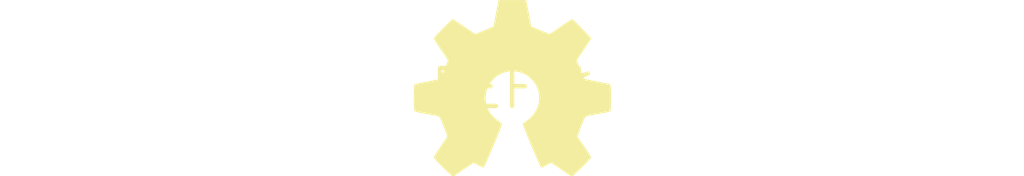
<source format=kicad_pcb>
(kicad_pcb (version 20240108) (generator pcbnew)
  (layers (0 "F.Cu" signal) (31 "B.Cu" signal) (34 "B.Paste" user) (35 "F.Paste" user) (36 "B.SilkS" user "B.Silkscreen") (37 "F.SilkS" user "F.Silkscreen") (38 "B.Mask" user) (39 "F.Mask" user) (44 "Edge.Cuts" user))
  (net 0 "")
  (footprint "OSHW-Symbol_6.7x6mm_SilkScreen" (layer "F.Cu") (at 0 0)
    (property "Reference" "REF**")
    (property "Value" "OSHW-Symbol_6.7x6mm_SilkScreen")
    (fp_poly (pts (xy 0.555814 -2.531069) (xy 0.639635 -2.086445) (xy 0.94892 -1.958947) (xy 1.258206 -1.831449) (xy 1.629246 -2.083754) (xy 1.733157 -2.154004) (xy 1.827087 -2.216728) (xy 1.906652 -2.269062) (xy 1.96747 -2.308143) (xy 2.005157 -2.331107) (xy 2.015421 -2.336058) (xy 2.03391 -2.323324) (xy 2.07342 -2.288118) (xy 2.129522 -2.234938) (xy 2.197787 -2.168282) (xy 2.273786 -2.092646) (xy 2.353092 -2.012528) (xy 2.431275 -1.932426) (xy 2.503907 -1.856836) (xy 2.566559 -1.790255) (xy 2.614803 -1.737182) (xy 2.64421 -1.702113) (xy 2.651241 -1.690377) (xy 2.641123 -1.66874) (xy 2.612759 -1.621338) (xy 2.569129 -1.552807) (xy 2.513218 -1.467785) (xy 2.448006 -1.370907) (xy 2.410219 -1.31565) (xy 2.341343 -1.214752) (xy 2.28014 -1.123701) (xy 2.229578 -1.04703) (xy 2.192628 -0.989272) (xy 2.172258 -0.954957) (xy 2.169197 -0.947746) (xy 2.176136 -0.927252) (xy 2.195051 -0.879487) (xy 2.223087 -0.811168) (xy 2.257391 -0.729011) (xy 2.295109 -0.63973) (xy 2.333387 -0.550042) (xy 2.36937 -0.466662) (xy 2.400206 -0.396306) (xy 2.423039 -0.34569) (xy 2.435017 -0.321529) (xy 2.435724 -0.320578) (xy 2.454531 -0.315964) (xy 2.504618 -0.305672) (xy 2.580793 -0.290713) (xy 2.677865 -0.272099) (xy 2.790643 -0.250841) (xy 2.856442 -0.238582) (xy 2.97695 -0.215638) (xy 3.085797 -0.193805) (xy 3.177476 -0.174278) (xy 3.246481 -0.158252) (xy 3.287304 -0.146921) (xy 3.295511 -0.143326) (xy 3.303548 -0.118994) (xy 3.310033 -0.064041) (xy 3.31497 0.015108) (xy 3.318364 0.112026) (xy 3.320218 0.220287) (xy 3.320538 0.333465) (xy 3.319327 0.445135) (xy 3.31659 0.548868) (xy 3.312331 0.638241) (xy 3.306555 0.706826) (xy 3.299267 0.748197) (xy 3.294895 0.75681) (xy 3.268764 0.767133) (xy 3.213393 0.781892) (xy 3.136107 0.799352) (xy 3.04423 0.81778) (xy 3.012158 0.823741) (xy 2.857524 0.852066) (xy 2.735375 0.874876) (xy 2.641673 0.89308) (xy 2.572384 0.907583) (xy 2.523471 0.919292) (xy 2.490897 0.929115) (xy 2.470628 0.937956) (xy 2.458626 0.946724) (xy 2.456947 0.948457) (xy 2.440184 0.976371) (xy 2.414614 1.030695) (xy 2.382788 1.104777) (xy 2.34726 1.191965) (xy 2.310583 1.285608) (xy 2.275311 1.379052) (xy 2.243996 1.465647) (xy 2.219193 1.53874) (xy 2.203454 1.591678) (xy 2.199332 1.617811) (xy 2.199676 1.618726) (xy 2.213641 1.640086) (xy 2.245322 1.687084) (xy 2.291391 1.754827) (xy 2.348518 1.838423) (xy 2.413373 1.932982) (xy 2.431843 1.959854) (xy 2.497699 2.057275) (xy 2.55565 2.146163) (xy 2.602538 2.221412) (xy 2.635207 2.27792) (xy 2.6505 2.310581) (xy 2.651241 2.314593) (xy 2.638392 2.335684) (xy 2.602888 2.377464) (xy 2.549293 2.435445) (xy 2.482171 2.505135) (xy 2.406087 2.582045) (xy 2.325604 2.661683) (xy 2.245287 2.739561) (xy 2.169699 2.811186) (xy 2.103405 2.87207) (xy 2.050969 2.917721) (xy 2.016955 2.94365) (xy 2.007545 2.947883) (xy 1.985643 2.937912) (xy 1.9408 2.91102) (xy 1.880321 2.871736) (xy 1.833789 2.840117) (xy 1.749475 2.782098) (xy 1.649626 2.713784) (xy 1.549473 2.645579) (xy 1.495627 2.609075) (xy 1.313371 2.4858) (xy 1.160381 2.56852) (xy 1.090682 2.604759) (xy 1.031414 2.632926) (xy 0.991311 2.648991) (xy 0.981103 2.651226) (xy 0.968829 2.634722) (xy 0.944613 2.588082) (xy 0.910263 2.515609) (xy 0.867588 2.421606) (xy 0.818394 2.310374) (xy 0.76449 2.186215) (xy 0.707684 2.053432) (xy 0.649782 1.916327) (xy 0.592593 1.779202) (xy 0.537924 1.646358) (xy 0.487584 1.522098) (xy 0.44338 1.410725) (xy 0.407119 1.316539) (xy 0.380609 1.243844) (xy 0.365658 1.196941) (xy 0.363254 1.180833) (xy 0.382311 1.160286) (xy 0.424036 1.126933) (xy 0.479706 1.087702) (xy 0.484378 1.084599) (xy 0.628264 0.969423) (xy 0.744283 0.835053) (xy 0.83143 0.685784) (xy 0.888699 0.525913) (xy 0.915086 0.359737) (xy 0.909585 0.191552) (xy 0.87119 0.025655) (xy 0.798895 -0.133658) (xy 0.777626 -0.168513) (xy 0.666996 -0.309263) (xy 0.536302 -0.422286) (xy 0.390064 -0.506997) (xy 0.232808 -0.562806) (xy 0.069057 -0.589126) (xy -0.096667 -0.58537) (xy -0.259838 -0.55095) (xy -0.415935 -0.485277) (xy -0.560433 -0.387765) (xy -0.605131 -0.348187) (xy -0.718888 -0.224297) (xy -0.801782 -0.093876) (xy -0.858644 0.052315) (xy -0.890313 0.197088) (xy -0.898131 0.35986) (xy -0.872062 0.52344) (xy -0.814755 0.682298) (xy -0.728856 0.830906) (xy -0.617014 0.963735) (xy -0.481877 1.075256) (xy -0.464117 1.087011) (xy -0.40785 1.125508) (xy -0.365077 1.158863) (xy -0.344628 1.18016) (xy -0.344331 1.180833) (xy -0.348721 1.203871) (xy -0.366124 1.256157) (xy -0.394732 1.33339) (xy -0.432735 1.431268) (xy -0.478326 1.545491) (xy -0.529697 1.671758) (xy -0.585038 1.805767) (xy -0.642542 1.943218) (xy -0.700399 2.079808) (xy -0.756802 2.211237) (xy -0.809942 2.333205) (xy -0.85801 2.441409) (xy -0.899199 2.531549) (xy -0.931699 2.599323) (xy -0.953703 2.64043) (xy -0.962564 2.651226) (xy -0.98964 2.642819) (xy -1.040303 2.620272) (xy -1.105817 2.587613) (xy -1.141841 2.56852) (xy -1.294832 2.4858) (xy -1.477088 2.609075) (xy -1.570125 2.672228) (xy -1.671985 2.741727) (xy -1.767438 2.807165) (xy -1.81525 2.840117) (xy -1.882495 2.885273) (xy -1.939436 2.921057) (xy -1.978646 2.942938) (xy -1.991381 2.947563) (xy -2.009917 2.935085) (xy -2.050941 2.900252) (xy -2.110475 2.846678) (xy -2.184542 2.777983) (xy -2.269165 2.697781) (xy -2.322685 2.646286) (xy -2.416319 2.554286) (xy -2.497241 2.471999) (xy -2.562177 2.402945) (xy -2.607858 2.350644) (xy -2.631011 2.318616) (xy -2.633232 2.312116) (xy -2.622924 2.287394) (xy -2.594439 2.237405) (xy -2.550937 2.167212) (xy -2.495577 2.081875) (xy -2.43152 1.986456) (xy -2.413303 1.959854) (xy -2.346927 1.863167) (xy -2.287378 1.776117) (xy -2.237984 1.703595) (xy -2.202075 1.650493) (xy -2.182981 1.621703) (xy -2.181136 1.618726) (xy -2.183895 1.595782) (xy -2.198538 1.545336) (xy -2.222513 1.474041) (xy -2.253266 1.388547) (xy -2.288244 1.295507) (xy -2.324893 1.201574) (xy -2.360661 1.113399) (xy -2.392994 1.037634) (xy -2.419338 0.980931) (xy -2.437142 0.949943) (xy -2.438407 0.948457) (xy -2.449294 0.939601) (xy -2.467682 0.930843) (xy -2.497606 0.921277) (xy -2.543103 0.909996) (xy -2.608209 0.896093) (xy -2.696961 0.878663) (xy -2.813393 0.856798) (xy -2.961542 0.829591) (xy -2.993618 0.823741) (xy -3.088686 0.805374) (xy -3.171565 0.787405) (xy -3.23493 0.771569) (xy -3.271458 0.7596) (xy -3.276356 0.75681) (xy -3.284427 0.732072) (xy -3.290987 0.67679) (xy -3.296033 0.597389) (xy -3.299559 0.500296) (xy -3.301561 0.391938) (xy -3.302036 0.27874) (xy -3.300977 0.167128) (xy -3.298382 0.063529) (xy -3.294246 -0.025632) (xy -3.288563 -0.093928) (xy -3.281331 -0.134934) (xy -3.276971 -0.143326) (xy -3.252698 -0.151792) (xy -3.197426 -0.165565) (xy -3.116662 -0.18345) (xy -3.015912 -0.204252) (xy -2.900683 -0.226777) (xy -2.837902 -0.238582) (xy -2.718787 -0.260849) (xy -2.612565 -0.281021) (xy -2.524427 -0.298085) (xy -2.459566 -0.311031) (xy -2.423174 -0.318845) (xy -2.417184 -0.320578) (xy -2.407061 -0.34011) (xy -2.385662 -0.387157) (xy -2.355839 -0.454997) (xy -2.320445 -0.536909) (xy -2.282332 -0.626172) (xy -2.244353 -0.716065) (xy -2.20936 -0.799865) (xy -2.180206 -0.870853) (xy -2.159743 -0.922306) (xy -2.150823 -0.947503) (xy -2.150657 -0.948604) (xy -2.160769 -0.968481) (xy -2.189117 -1.014223) (xy -2.232723 -1.081283) (xy -2.288606 -1.165116) (xy -2.353787 -1.261174) (xy -2.391679 -1.31635) (xy -2.460725 -1.417519) (xy -2.52205 -1.50937) (xy -2.572663 -1.587256) (xy -2.609571 -1.646531) (xy -2.629782 -1.682549) (xy -2.632701 -1.690623) (xy -2.620153 -1.709416) (xy -2.585463 -1.749543) (xy -2.533063 -1.806507) (xy -2.467384 -1.875815) (xy -2.392856 -1.952969) (xy -2.313913 -2.033475) (xy -2.234983 -2.112837) (xy -2.1605 -2.18656) (xy -2.094894 -2.250148) (xy -2.042596 -2.299106) (xy -2.008039 -2.328939) (xy -1.996478 -2.336058) (xy -1.977654 -2.326047) (xy -1.932631 -2.297922) (xy -1.865787 -2.254546) (xy -1.781499 -2.198782) (xy -1.684144 -2.133494) (xy -1.610707 -2.083754) (xy -1.239667 -1.831449) (xy -0.621095 -2.086445) (xy -0.537275 -2.531069) (xy -0.453454 -2.975693) (xy 0.471994 -2.975693) (xy 0.555814 -2.531069)) (layer "F.SilkS") (stroke (width 0.01)) (fill solid))
  )
)
</source>
